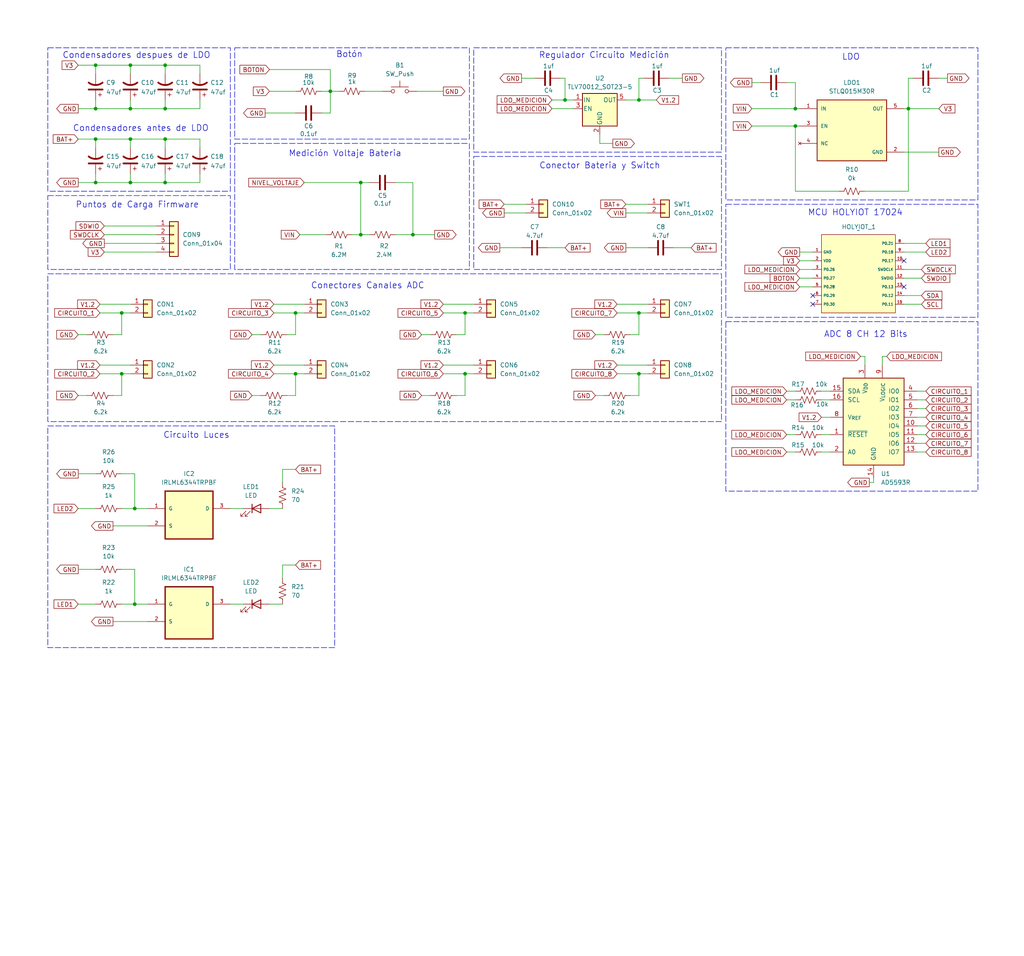
<source format=kicad_sch>
(kicad_sch (version 20250114) (generator "eeschema") (generator_version "9.0")
  (paper "User" 299.212 279.4)
  (title_block (company "CreaLab"))
  (lib_symbols
    (symbol "Analog:AD5593R" (pin_names (offset 1.27))
      (property "Reference" "U" (at -8.89 15.24 0))
      (property "Value" "AD5593R" (at 3.81 15.24 0))
      (symbol "AD5593R_1_1"
        (pin bidirectional line (at -12.7 10.16 0) (length 3.81) (name "SDA") (number "15"))
        (pin input line (at -12.7 7.62 0) (length 3.81) (name "SCL") (number "16"))
        (pin passive line (at -12.7 2.54 0) (length 3.81) (name "V_{REF}") (number "8"))
        (pin input line (at -12.7 -2.54 0) (length 3.81) (name "~{RESET}") (number "1"))
        (pin input line (at -12.7 -7.62 0) (length 3.81) (name "A0") (number "2"))
        (pin power_in line (at -2.54 17.78 270) (length 3.81) (name "V_{DD}") (number "3"))
        (pin power_in line (at 0 -15.24 90) (length 3.81) (name "GND") (number "14"))
        (pin power_in line (at 2.54 17.78 270) (length 3.81) (name "V_{LOGIC}") (number "9"))
        (pin bidirectional line (at 12.7 10.16 180) (length 3.81) (name "IO0") (number "4"))
        (pin bidirectional line (at 12.7 7.62 180) (length 3.81) (name "IO1") (number "5"))
        (pin bidirectional line (at 12.7 5.08 180) (length 3.81) (name "IO2") (number "6"))
        (pin bidirectional line (at 12.7 2.54 180) (length 3.81) (name "IO3") (number "7"))
        (pin bidirectional line (at 12.7 0 180) (length 3.81) (name "IO4") (number "10"))
        (pin bidirectional line (at 12.7 -2.54 180) (length 3.81) (name "IO5") (number "11"))
        (pin bidirectional line (at 12.7 -5.08 180) (length 3.81) (name "IO6") (number "12"))
        (pin bidirectional line (at 12.7 -7.62 180) (length 3.81) (name "IO7") (number "13"))
      )
    )
    (symbol "Connector_Generic:Conn_01x02" (pin_names (offset 1.016) (hide yes))
      (property "Reference" "J" (at 0 2.54 0))
      (property "Value" "Conn_01x02" (at 0 -5.08 0))
      (symbol "Conn_01x02_1_1"
        (pin passive line (at -5.08 0 0) (length 3.81) (name "Pin_1") (number "1"))
        (pin passive line (at -5.08 -2.54 0) (length 3.81) (name "Pin_2") (number "2"))
      )
    )
    (symbol "Connector_Generic:Conn_01x04" (pin_names (offset 1.016) (hide yes))
      (property "Reference" "J" (at 0 5.08 0))
      (property "Value" "Conn_01x04" (at 0 -7.62 0))
      (symbol "Conn_01x04_1_1"
        (pin passive line (at -5.08 2.54 0) (length 3.81) (name "Pin_1") (number "1"))
        (pin passive line (at -5.08 0 0) (length 3.81) (name "Pin_2") (number "2"))
        (pin passive line (at -5.08 -2.54 0) (length 3.81) (name "Pin_3") (number "3"))
        (pin passive line (at -5.08 -5.08 0) (length 3.81) (name "Pin_4") (number "4"))
      )
    )
    (symbol "Device:C" (pin_numbers (hide yes)) (pin_names (offset 0.254))
      (property "Reference" "C" (at 0.635 2.54 0))
      (property "Value" "C" (at 0.635 -2.54 0))
      (symbol "C_1_1"
        (pin passive line (at 0 3.81 270) (length 2.794) (name "~") (number "1"))
        (pin passive line (at 0 -3.81 90) (length 2.794) (name "~") (number "2"))
      )
    )
    (symbol "Device:C_Polarized_US" (pin_numbers (hide yes)) (pin_names (offset 0.254) (hide yes))
      (property "Reference" "C" (at 0.635 2.54 0))
      (property "Value" "C_Polarized_US" (at 0.635 -2.54 0))
      (symbol "C_Polarized_US_1_1"
        (pin passive line (at 0 3.81 270) (length 2.794) (name "~") (number "1"))
        (pin passive line (at 0 -3.81 90) (length 3.302) (name "~") (number "2"))
      )
    )
    (symbol "Device:LED" (pin_numbers (hide yes)) (pin_names (offset 1.016) (hide yes))
      (property "Reference" "D" (at 0 2.54 0))
      (property "Value" "LED" (at 0 -2.54 0))
      (symbol "LED_1_1"
        (pin passive line (at -3.81 0 0) (length 2.54) (name "K") (number "1"))
        (pin passive line (at 3.81 0 180) (length 2.54) (name "A") (number "2"))
      )
    )
    (symbol "Device:R_US" (pin_numbers (hide yes)) (pin_names (offset 0))
      (property "Reference" "R" (at 2.54 0 90))
      (property "Value" "R_US" (at -2.54 0 90))
      (symbol "R_US_1_1"
        (pin passive line (at 0 3.81 270) (length 1.27) (name "~") (number "1"))
        (pin passive line (at 0 -3.81 90) (length 1.27) (name "~") (number "2"))
      )
    )
    (symbol "Holyiot17029:Holyiot-17029"
      (property "Reference" "HOLYIOT_17029" (at 0 12.954 0))
      (symbol "Holyiot-17029_1_1"
        (pin input line (at -13.97 6.35 0) (length 2.54) (name "GND") (number "1"))
        (pin power_in line (at -13.97 3.81 0) (length 2.54) (name "VDD") (number "2"))
        (pin input line (at -13.97 1.27 0) (length 2.54) (name "P0.26") (number "3"))
        (pin input line (at -13.97 -1.27 0) (length 2.54) (name "P0.27") (number "4"))
        (pin input line (at -13.97 -3.81 0) (length 2.54) (name "P0.28") (number "5"))
        (pin input line (at -13.97 -6.35 0) (length 2.54) (name "P0.29") (number "6"))
        (pin input line (at -13.97 -8.89 0) (length 2.54) (name "P0.30") (number "7"))
        (pin input line (at 12.7 8.89 180) (length 2.54) (name "P0.21") (number "8"))
        (pin input line (at 12.7 6.35 180) (length 2.54) (name "P0.18") (number "9"))
        (pin input line (at 12.7 3.81 180) (length 2.54) (name "P0.17") (number "10"))
        (pin input line (at 12.7 1.27 180) (length 2.54) (name "SWDCLK") (number "11"))
        (pin input line (at 12.7 -1.27 180) (length 2.54) (name "SWDIO") (number "12"))
        (pin input line (at 12.7 -3.81 180) (length 2.54) (name "P0.13") (number "13"))
        (pin input line (at 12.7 -6.35 180) (length 2.54) (name "P0.12") (number "14"))
        (pin input line (at 12.7 -8.89 180) (length 2.54) (name "P0.11") (number "15"))
      )
    )
    (symbol "IRLML6344TRPBF:IRLML6344TRPBF" (pin_names (offset 1.016))
      (property "Reference" "U5" (at 0 10.16 0))
      (property "Value" "IRLML6344TRPBF" (at 0 7.62 0))
      (symbol "IRLML6344TRPBF_0_0"
        (pin input line (at -17.78 0 0) (length 5.08) (name "G") (number "1"))
        (pin passive line (at -17.78 -5.08 0) (length 5.08) (name "S") (number "2"))
        (pin output line (at 6.35 0 180) (length 5.08) (name "D") (number "3"))
      )
    )
    (symbol "IRLML6344TRPBF_1" (pin_names (offset 1.016))
      (property "Reference" "U4" (at 0 10.16 0))
      (property "Value" "IRLML6344TRPBF" (at 0 7.62 0))
      (symbol "IRLML6344TRPBF_1_0_0"
        (pin input line (at -17.78 0 0) (length 5.08) (name "G") (number "1"))
        (pin passive line (at -17.78 -5.08 0) (length 5.08) (name "S") (number "2"))
        (pin output line (at 6.35 0 180) (length 5.08) (name "D") (number "3"))
      )
    )
    (symbol "Regulator_Linear:TLV70012_SOT23-5" (pin_names (offset 0.254))
      (property "Reference" "U" (at -3.81 5.715 0))
      (property "Value" "TLV70012_SOT23-5" (at 0 5.715 0))
      (symbol "TLV70012_SOT23-5_1_1"
        (pin power_in line (at -7.62 2.54 0) (length 2.54) (name "IN") (number "1"))
        (pin input line (at -7.62 0 0) (length 2.54) (name "EN") (number "3"))
        (pin power_in line (at 0 -7.62 90) (length 2.54) (name "GND") (number "2"))
        (pin no_connect line (at 5.08 0 180) (length 2.54) (hide yes) (name "NC") (number "4"))
        (pin power_out line (at 7.62 2.54 180) (length 2.54) (name "OUT") (number "5"))
      )
    )
    (symbol "STLQ015M30R:STLQ015M30R" (pin_names (offset 1.016))
      (property "Reference" "U" (at -10.16 8.89 0))
      (property "Value" "STLQ015M30R" (at -10.16 -11.43 0))
      (symbol "STLQ015M30R_0_0"
        (pin input line (at -15.24 5.08 0) (length 5.08) (name "IN") (number "1"))
        (pin input line (at -15.24 0 0) (length 5.08) (name "EN") (number "3"))
        (pin no_connect line (at -15.24 -5.08 0) (length 5.08) (name "NC") (number "4"))
        (pin output line (at 15.24 5.08 180) (length 5.08) (name "OUT") (number "5"))
        (pin power_in line (at 15.24 -7.62 180) (length 5.08) (name "GND") (number "2"))
      )
    )
    (symbol "Switch:SW_Push" (pin_numbers (hide yes)) (pin_names (offset 1.016) (hide yes))
      (property "Reference" "SW" (at 1.27 2.54 0))
      (property "Value" "SW_Push" (at 0 -1.524 0))
      (symbol "SW_Push_0_1"
        (pin passive line (at -5.08 0 0) (length 2.54) (name "1") (number "1"))
        (pin passive line (at 5.08 0 180) (length 2.54) (name "2") (number "2"))
      )
    )
  )
  (rectangle (start 212.09 93.98) (end 285.75 143.51) (stroke (width 0) (type dash)))
  (rectangle (start 13.97 124.46) (end 97.79 189.23) (stroke (width 0) (type dash)))
  (rectangle (start 68.58 41.91) (end 137.16 78.74) (stroke (width 0) (type dash)))
  (rectangle (start 212.09 13.97) (end 285.75 58.42) (stroke (width 0) (type dash)))
  (rectangle (start 13.97 80.01) (end 210.82 123.19) (stroke (width 0) (type dash)))
  (rectangle (start 68.58 13.97) (end 137.16 40.64) (stroke (width 0) (type dash)))
  (rectangle (start 13.97 57.15) (end 67.31 78.74) (stroke (width 0) (type dash)))
  (rectangle (start 13.97 13.97) (end 67.31 55.88) (stroke (width 0) (type dash)))
  (rectangle (start 212.09 59.69) (end 285.75 92.71) (stroke (width 0) (type dash)))
  (rectangle (start 138.43 45.72) (end 210.82 78.74) (stroke (width 0) (type dash)))
  (rectangle (start 138.43 13.97) (end 210.82 44.45) (stroke (width 0) (type dash)))
  (text "Circuito Luces" (at 57.404 127.254 0) (effects (font (size 1.778 1.778))))
  (text "Conectores Canales ADC" (at 107.442 83.566 0) (effects (font (size 1.778 1.778))))
  (text "Botón" (at 102.108 16.002 0) (effects (font (size 1.778 1.778))))
  (text "Puntos de Carga Firmware" (at 40.132 59.944 0) (effects (font (size 1.778 1.778))))
  (text "Medición Voltaje Bateria" (at 100.838 44.958 0) (effects (font (size 1.778 1.778))))
  (text "Conector Bateria y Switch" (at 175.26 48.514 0) (effects (font (size 1.778 1.778))))
  (text "Regulador Circuito Medición" (at 176.53 16.256 0) (effects (font (size 1.778 1.778))))
  (text "Condensadores despues de LDO\n" (at 39.878 16.256 0) (effects (font (size 1.778 1.778))))
  (text "Condensadores antes de LDO\n" (at 41.148 37.592 0) (effects (font (size 1.778 1.778))))
  (text "MCU HOLYIOT 17024" (at 249.936 62.23 0) (effects (font (size 1.778 1.778))))
  (text "LDO" (at 248.666 16.764 0) (effects (font (size 1.778 1.778))))
  (text "ADC 8 CH 12 Bits" (at 252.984 97.79 0) (effects (font (size 1.778 1.778))))
  (junction (at 105.41 68.58))
  (junction (at 39.37 176.53))
  (junction (at 186.69 29.21))
  (junction (at 38.1 40.64))
  (junction (at 38.1 19.05))
  (junction (at 48.26 40.64))
  (junction (at 27.94 31.75))
  (junction (at 39.37 148.59))
  (junction (at 48.26 31.75))
  (junction (at 27.94 53.34))
  (junction (at 35.56 109.22))
  (junction (at 135.89 91.44))
  (junction (at 165.1 29.21))
  (junction (at 105.41 53.34))
  (junction (at 232.41 36.83))
  (junction (at 86.36 109.22))
  (junction (at 265.43 31.75))
  (junction (at 186.69 91.44))
  (junction (at 48.26 19.05))
  (junction (at 86.36 91.44))
  (junction (at 120.65 68.58))
  (junction (at 135.89 109.22))
  (junction (at 232.41 31.75))
  (junction (at 27.94 40.64))
  (junction (at 27.94 19.05))
  (junction (at 96.52 26.67))
  (junction (at 38.1 53.34))
  (junction (at 48.26 53.34))
  (junction (at 38.1 31.75))
  (junction (at 35.56 91.44))
  (junction (at 186.69 109.22))
  (no_connect (at 264.16 83.82))
  (no_connect (at 237.49 86.36))
  (no_connect (at 237.49 88.9))
  (no_connect (at 264.16 76.2))
  (wire (pts (xy 187.96 22.86) (xy 186.69 22.86)))
  (wire (pts (xy 27.94 50.8) (xy 27.94 53.34)))
  (wire (pts (xy 35.56 115.57) (xy 35.56 109.22)))
  (wire (pts (xy 58.42 19.05) (xy 58.42 21.59)))
  (wire (pts (xy 58.42 29.21) (xy 58.42 31.75)))
  (wire (pts (xy 180.34 91.44) (xy 186.69 91.44)))
  (wire (pts (xy 58.42 40.64) (xy 58.42 43.18)))
  (wire (pts (xy 265.43 31.75) (xy 274.32 31.75)))
  (wire (pts (xy 27.94 43.18) (xy 27.94 40.64)))
  (wire (pts (xy 240.03 121.92) (xy 242.57 121.92)))
  (wire (pts (xy 22.86 115.57) (xy 25.4 115.57)))
  (wire (pts (xy 22.86 31.75) (xy 27.94 31.75)))
  (wire (pts (xy 22.86 166.37) (xy 27.94 166.37)))
  (wire (pts (xy 82.55 137.16) (xy 82.55 140.97)))
  (wire (pts (xy 264.16 88.9) (xy 269.24 88.9)))
  (wire (pts (xy 267.97 132.08) (xy 270.51 132.08)))
  (wire (pts (xy 82.55 165.1) (xy 86.36 165.1)))
  (wire (pts (xy 173.99 97.79) (xy 176.53 97.79)))
  (wire (pts (xy 38.1 31.75) (xy 48.26 31.75)))
  (wire (pts (xy 245.11 55.88) (xy 232.41 55.88)))
  (wire (pts (xy 106.68 26.67) (xy 111.76 26.67)))
  (wire (pts (xy 147.32 59.69) (xy 153.67 59.69)))
  (wire (pts (xy 265.43 31.75) (xy 265.43 55.88)))
  (wire (pts (xy 105.41 53.34) (xy 107.95 53.34)))
  (wire (pts (xy 22.86 97.79) (xy 25.4 97.79)))
  (wire (pts (xy 182.88 72.39) (xy 189.23 72.39)))
  (wire (pts (xy 87.63 68.58) (xy 95.25 68.58)))
  (wire (pts (xy 29.21 88.9) (xy 38.1 88.9)))
  (wire (pts (xy 35.56 176.53) (xy 39.37 176.53)))
  (wire (pts (xy 233.68 83.82) (xy 237.49 83.82)))
  (wire (pts (xy 73.66 97.79) (xy 76.2 97.79)))
  (wire (pts (xy 165.1 29.21) (xy 167.64 29.21)))
  (wire (pts (xy 115.57 53.34) (xy 120.65 53.34)))
  (wire (pts (xy 129.54 88.9) (xy 138.43 88.9)))
  (wire (pts (xy 39.37 138.43) (xy 39.37 148.59)))
  (wire (pts (xy 115.57 68.58) (xy 120.65 68.58)))
  (wire (pts (xy 48.26 19.05) (xy 48.26 21.59)))
  (wire (pts (xy 195.58 22.86) (xy 199.39 22.86)))
  (wire (pts (xy 38.1 40.64) (xy 38.1 43.18)))
  (wire (pts (xy 22.86 138.43) (xy 27.94 138.43)))
  (wire (pts (xy 33.02 181.61) (xy 43.18 181.61)))
  (wire (pts (xy 135.89 91.44) (xy 138.43 91.44)))
  (wire (pts (xy 48.26 40.64) (xy 48.26 43.18)))
  (wire (pts (xy 35.56 91.44) (xy 38.1 91.44)))
  (wire (pts (xy 267.97 127) (xy 270.51 127)))
  (wire (pts (xy 180.34 109.22) (xy 186.69 109.22)))
  (wire (pts (xy 254 140.97) (xy 255.27 140.97)))
  (wire (pts (xy 80.01 109.22) (xy 86.36 109.22)))
  (wire (pts (xy 27.94 40.64) (xy 38.1 40.64)))
  (wire (pts (xy 96.52 26.67) (xy 99.06 26.67)))
  (wire (pts (xy 48.26 19.05) (xy 58.42 19.05)))
  (wire (pts (xy 240.03 114.3) (xy 242.57 114.3)))
  (wire (pts (xy 274.32 22.86) (xy 276.86 22.86)))
  (wire (pts (xy 182.88 29.21) (xy 186.69 29.21)))
  (wire (pts (xy 135.89 109.22) (xy 138.43 109.22)))
  (wire (pts (xy 35.56 109.22) (xy 38.1 109.22)))
  (wire (pts (xy 129.54 106.68) (xy 138.43 106.68)))
  (wire (pts (xy 233.68 78.74) (xy 237.49 78.74)))
  (wire (pts (xy 229.87 132.08) (xy 232.41 132.08)))
  (wire (pts (xy 105.41 68.58) (xy 107.95 68.58)))
  (wire (pts (xy 67.31 148.59) (xy 71.12 148.59)))
  (wire (pts (xy 48.26 31.75) (xy 58.42 31.75)))
  (wire (pts (xy 39.37 176.53) (xy 43.18 176.53)))
  (wire (pts (xy 266.7 22.86) (xy 265.43 22.86)))
  (wire (pts (xy 86.36 115.57) (xy 86.36 109.22)))
  (wire (pts (xy 67.31 176.53) (xy 71.12 176.53)))
  (wire (pts (xy 35.56 166.37) (xy 39.37 166.37)))
  (wire (pts (xy 80.01 106.68) (xy 88.9 106.68)))
  (wire (pts (xy 33.02 115.57) (xy 35.56 115.57)))
  (wire (pts (xy 264.16 86.36) (xy 269.24 86.36)))
  (wire (pts (xy 78.74 176.53) (xy 82.55 176.53)))
  (wire (pts (xy 78.74 148.59) (xy 82.55 148.59)))
  (wire (pts (xy 27.94 21.59) (xy 27.94 19.05)))
  (wire (pts (xy 186.69 91.44) (xy 189.23 91.44)))
  (wire (pts (xy 35.56 138.43) (xy 39.37 138.43)))
  (wire (pts (xy 165.1 22.86) (xy 165.1 29.21)))
  (wire (pts (xy 264.16 44.45) (xy 274.32 44.45)))
  (wire (pts (xy 35.56 97.79) (xy 35.56 91.44)))
  (wire (pts (xy 38.1 40.64) (xy 48.26 40.64)))
  (wire (pts (xy 58.42 50.8) (xy 58.42 53.34)))
  (wire (pts (xy 38.1 19.05) (xy 48.26 19.05)))
  (wire (pts (xy 29.21 106.68) (xy 38.1 106.68)))
  (wire (pts (xy 93.98 26.67) (xy 96.52 26.67)))
  (wire (pts (xy 264.16 81.28) (xy 269.24 81.28)))
  (wire (pts (xy 160.02 72.39) (xy 165.1 72.39)))
  (wire (pts (xy 30.48 66.04) (xy 45.72 66.04)))
  (wire (pts (xy 252.73 104.14) (xy 252.73 106.68)))
  (wire (pts (xy 105.41 53.34) (xy 105.41 68.58)))
  (wire (pts (xy 233.68 81.28) (xy 237.49 81.28)))
  (wire (pts (xy 264.16 78.74) (xy 269.24 78.74)))
  (wire (pts (xy 229.87 24.13) (xy 232.41 24.13)))
  (wire (pts (xy 86.36 91.44) (xy 88.9 91.44)))
  (wire (pts (xy 121.92 26.67) (xy 129.54 26.67)))
  (wire (pts (xy 219.71 24.13) (xy 222.25 24.13)))
  (wire (pts (xy 186.69 115.57) (xy 186.69 109.22)))
  (wire (pts (xy 267.97 129.54) (xy 270.51 129.54)))
  (wire (pts (xy 267.97 114.3) (xy 270.51 114.3)))
  (wire (pts (xy 22.86 148.59) (xy 27.94 148.59)))
  (wire (pts (xy 175.26 41.91) (xy 179.07 41.91)))
  (wire (pts (xy 80.01 91.44) (xy 86.36 91.44)))
  (wire (pts (xy 30.48 73.66) (xy 45.72 73.66)))
  (wire (pts (xy 129.54 109.22) (xy 135.89 109.22)))
  (wire (pts (xy 133.35 115.57) (xy 135.89 115.57)))
  (wire (pts (xy 33.02 97.79) (xy 35.56 97.79)))
  (wire (pts (xy 186.69 97.79) (xy 186.69 91.44)))
  (wire (pts (xy 180.34 106.68) (xy 189.23 106.68)))
  (wire (pts (xy 78.74 20.32) (xy 96.52 20.32)))
  (wire (pts (xy 265.43 22.86) (xy 265.43 31.75)))
  (wire (pts (xy 35.56 148.59) (xy 39.37 148.59)))
  (wire (pts (xy 267.97 124.46) (xy 270.51 124.46)))
  (wire (pts (xy 29.21 109.22) (xy 35.56 109.22)))
  (wire (pts (xy 229.87 116.84) (xy 232.41 116.84)))
  (wire (pts (xy 182.88 62.23) (xy 189.23 62.23)))
  (wire (pts (xy 93.98 33.02) (xy 96.52 33.02)))
  (wire (pts (xy 83.82 115.57) (xy 86.36 115.57)))
  (wire (pts (xy 229.87 114.3) (xy 232.41 114.3)))
  (wire (pts (xy 135.89 115.57) (xy 135.89 109.22)))
  (wire (pts (xy 38.1 19.05) (xy 38.1 21.59)))
  (wire (pts (xy 184.15 115.57) (xy 186.69 115.57)))
  (wire (pts (xy 180.34 88.9) (xy 189.23 88.9)))
  (wire (pts (xy 96.52 26.67) (xy 96.52 33.02)))
  (wire (pts (xy 232.41 55.88) (xy 232.41 36.83)))
  (wire (pts (xy 147.32 62.23) (xy 153.67 62.23)))
  (wire (pts (xy 133.35 97.79) (xy 135.89 97.79)))
  (wire (pts (xy 161.29 29.21) (xy 165.1 29.21)))
  (wire (pts (xy 27.94 19.05) (xy 38.1 19.05)))
  (wire (pts (xy 27.94 31.75) (xy 38.1 31.75)))
  (wire (pts (xy 22.86 53.34) (xy 27.94 53.34)))
  (wire (pts (xy 257.81 104.14) (xy 257.81 106.68)))
  (wire (pts (xy 264.16 73.66) (xy 270.51 73.66)))
  (wire (pts (xy 102.87 68.58) (xy 105.41 68.58)))
  (wire (pts (xy 39.37 166.37) (xy 39.37 176.53)))
  (wire (pts (xy 30.48 68.58) (xy 45.72 68.58)))
  (wire (pts (xy 267.97 121.92) (xy 270.51 121.92)))
  (wire (pts (xy 196.85 72.39) (xy 201.93 72.39)))
  (wire (pts (xy 240.03 116.84) (xy 242.57 116.84)))
  (wire (pts (xy 120.65 68.58) (xy 127 68.58)))
  (wire (pts (xy 123.19 115.57) (xy 125.73 115.57)))
  (wire (pts (xy 135.89 97.79) (xy 135.89 91.44)))
  (wire (pts (xy 48.26 53.34) (xy 58.42 53.34)))
  (wire (pts (xy 120.65 53.34) (xy 120.65 68.58)))
  (wire (pts (xy 173.99 115.57) (xy 176.53 115.57)))
  (wire (pts (xy 38.1 29.21) (xy 38.1 31.75)))
  (wire (pts (xy 233.68 76.2) (xy 237.49 76.2)))
  (wire (pts (xy 80.01 88.9) (xy 88.9 88.9)))
  (wire (pts (xy 219.71 31.75) (xy 232.41 31.75)))
  (wire (pts (xy 186.69 109.22) (xy 189.23 109.22)))
  (wire (pts (xy 39.37 148.59) (xy 43.18 148.59)))
  (wire (pts (xy 29.21 91.44) (xy 35.56 91.44)))
  (wire (pts (xy 96.52 20.32) (xy 96.52 26.67)))
  (wire (pts (xy 186.69 22.86) (xy 186.69 29.21)))
  (wire (pts (xy 229.87 127) (xy 232.41 127)))
  (wire (pts (xy 264.16 31.75) (xy 265.43 31.75)))
  (wire (pts (xy 184.15 97.79) (xy 186.69 97.79)))
  (wire (pts (xy 251.46 104.14) (xy 252.73 104.14)))
  (wire (pts (xy 86.36 109.22) (xy 88.9 109.22)))
  (wire (pts (xy 73.66 115.57) (xy 76.2 115.57)))
  (wire (pts (xy 267.97 116.84) (xy 270.51 116.84)))
  (wire (pts (xy 22.86 176.53) (xy 27.94 176.53)))
  (wire (pts (xy 175.26 39.37) (xy 175.26 41.91)))
  (wire (pts (xy 22.86 19.05) (xy 27.94 19.05)))
  (wire (pts (xy 161.29 31.75) (xy 167.64 31.75)))
  (wire (pts (xy 22.86 40.64) (xy 27.94 40.64)))
  (wire (pts (xy 240.03 127) (xy 242.57 127)))
  (wire (pts (xy 233.68 73.66) (xy 237.49 73.66)))
  (wire (pts (xy 48.26 40.64) (xy 58.42 40.64)))
  (wire (pts (xy 78.74 26.67) (xy 86.36 26.67)))
  (wire (pts (xy 27.94 29.21) (xy 27.94 31.75)))
  (wire (pts (xy 232.41 36.83) (xy 233.68 36.83)))
  (wire (pts (xy 30.48 71.12) (xy 45.72 71.12)))
  (wire (pts (xy 27.94 53.34) (xy 38.1 53.34)))
  (wire (pts (xy 240.03 132.08) (xy 242.57 132.08)))
  (wire (pts (xy 264.16 71.12) (xy 270.51 71.12)))
  (wire (pts (xy 77.47 33.02) (xy 86.36 33.02)))
  (wire (pts (xy 33.02 153.67) (xy 43.18 153.67)))
  (wire (pts (xy 146.05 72.39) (xy 152.4 72.39)))
  (wire (pts (xy 83.82 97.79) (xy 86.36 97.79)))
  (wire (pts (xy 82.55 137.16) (xy 86.36 137.16)))
  (wire (pts (xy 186.69 29.21) (xy 191.77 29.21)))
  (wire (pts (xy 255.27 139.7) (xy 255.27 140.97)))
  (wire (pts (xy 182.88 59.69) (xy 189.23 59.69)))
  (wire (pts (xy 152.4 22.86) (xy 156.21 22.86)))
  (wire (pts (xy 259.08 104.14) (xy 257.81 104.14)))
  (wire (pts (xy 232.41 31.75) (xy 233.68 31.75)))
  (wire (pts (xy 38.1 50.8) (xy 38.1 53.34)))
  (wire (pts (xy 219.71 36.83) (xy 232.41 36.83)))
  (wire (pts (xy 48.26 50.8) (xy 48.26 53.34)))
  (wire (pts (xy 48.26 29.21) (xy 48.26 31.75)))
  (wire (pts (xy 232.41 24.13) (xy 232.41 31.75)))
  (wire (pts (xy 267.97 119.38) (xy 270.51 119.38)))
  (wire (pts (xy 163.83 22.86) (xy 165.1 22.86)))
  (wire (pts (xy 129.54 91.44) (xy 135.89 91.44)))
  (wire (pts (xy 252.73 55.88) (xy 265.43 55.88)))
  (wire (pts (xy 88.9 53.34) (xy 105.41 53.34)))
  (wire (pts (xy 82.55 165.1) (xy 82.55 168.91)))
  (wire (pts (xy 123.19 97.79) (xy 125.73 97.79)))
  (wire (pts (xy 86.36 97.79) (xy 86.36 91.44)))
  (wire (pts (xy 38.1 53.34) (xy 48.26 53.34)))
  (global_label "VIN" (shape input) (at 219.71 31.75 180) (property "Intersheetrefs" "${INTERSHEET_REFS}" (effects (hide yes))))
  (global_label "BAT+" (shape input) (at 86.36 165.1 0) (property "Intersheetrefs" "${INTERSHEET_REFS}" (effects (hide yes))))
  (global_label "GND" (shape output) (at 152.4 22.86 180) (property "Intersheetrefs" "${INTERSHEET_REFS}" (effects (hide yes))))
  (global_label "GND" (shape output) (at 129.54 26.67 0) (property "Intersheetrefs" "${INTERSHEET_REFS}" (effects (hide yes))))
  (global_label "GND" (shape input) (at 73.66 115.57 180) (property "Intersheetrefs" "${INTERSHEET_REFS}" (effects (hide yes))))
  (global_label "V1.2" (shape input) (at 29.21 88.9 180) (property "Intersheetrefs" "${INTERSHEET_REFS}" (effects (hide yes))))
  (global_label "CIRCUITO_8" (shape input) (at 180.34 109.22 180) (property "Intersheetrefs" "${INTERSHEET_REFS}" (effects (hide yes))))
  (global_label "GND" (shape output) (at 182.88 72.39 180) (property "Intersheetrefs" "${INTERSHEET_REFS}" (effects (hide yes))))
  (global_label "V1.2" (shape input) (at 240.03 121.92 180) (property "Intersheetrefs" "${INTERSHEET_REFS}" (effects (hide yes))))
  (global_label "LDO_MEDICION" (shape input) (at 259.08 104.14 0) (property "Intersheetrefs" "${INTERSHEET_REFS}" (effects (hide yes))))
  (global_label "V1.2" (shape input) (at 129.54 88.9 180) (property "Intersheetrefs" "${INTERSHEET_REFS}" (effects (hide yes))))
  (global_label "VIN" (shape output) (at 182.88 62.23 180) (property "Intersheetrefs" "${INTERSHEET_REFS}" (effects (hide yes))))
  (global_label "GND" (shape output) (at 30.48 71.12 180) (property "Intersheetrefs" "${INTERSHEET_REFS}" (effects (hide yes))))
  (global_label "BAT+" (shape input) (at 165.1 72.39 0) (property "Intersheetrefs" "${INTERSHEET_REFS}" (effects (hide yes))))
  (global_label "CIRCUITO_3" (shape input) (at 270.51 119.38 0) (property "Intersheetrefs" "${INTERSHEET_REFS}" (effects (hide yes))))
  (global_label "CIRCUITO_7" (shape input) (at 180.34 91.44 180) (property "Intersheetrefs" "${INTERSHEET_REFS}" (effects (hide yes))))
  (global_label "CIRCUITO_1" (shape input) (at 29.21 91.44 180) (property "Intersheetrefs" "${INTERSHEET_REFS}" (effects (hide yes))))
  (global_label "V1.2" (shape input) (at 180.34 106.68 180) (property "Intersheetrefs" "${INTERSHEET_REFS}" (effects (hide yes))))
  (global_label "CIRCUITO_2" (shape input) (at 29.21 109.22 180) (property "Intersheetrefs" "${INTERSHEET_REFS}" (effects (hide yes))))
  (global_label "CIRCUITO_5" (shape input) (at 129.54 91.44 180) (property "Intersheetrefs" "${INTERSHEET_REFS}" (effects (hide yes))))
  (global_label "GND" (shape output) (at 22.86 31.75 180) (property "Intersheetrefs" "${INTERSHEET_REFS}" (effects (hide yes))))
  (global_label "CIRCUITO_6" (shape input) (at 129.54 109.22 180) (property "Intersheetrefs" "${INTERSHEET_REFS}" (effects (hide yes))))
  (global_label "LDO_MEDICION" (shape input) (at 229.87 132.08 180) (property "Intersheetrefs" "${INTERSHEET_REFS}" (effects (hide yes))))
  (global_label "BOTON" (shape input) (at 233.68 81.28 180) (property "Intersheetrefs" "${INTERSHEET_REFS}" (effects (hide yes))))
  (global_label "GND" (shape input) (at 173.99 115.57 180) (property "Intersheetrefs" "${INTERSHEET_REFS}" (effects (hide yes))))
  (global_label "CIRCUITO_2" (shape input) (at 270.51 116.84 0) (property "Intersheetrefs" "${INTERSHEET_REFS}" (effects (hide yes))))
  (global_label "GND" (shape output) (at 219.71 24.13 180) (property "Intersheetrefs" "${INTERSHEET_REFS}" (effects (hide yes))))
  (global_label "V3" (shape input) (at 78.74 26.67 180) (property "Intersheetrefs" "${INTERSHEET_REFS}" (effects (hide yes))))
  (global_label "LDO_MEDICION" (shape input) (at 229.87 116.84 180) (property "Intersheetrefs" "${INTERSHEET_REFS}" (effects (hide yes))))
  (global_label "GND" (shape output) (at 233.68 73.66 180) (property "Intersheetrefs" "${INTERSHEET_REFS}" (effects (hide yes))))
  (global_label "V3" (shape input) (at 233.68 76.2 180) (property "Intersheetrefs" "${INTERSHEET_REFS}" (effects (hide yes))))
  (global_label "CIRCUITO_3" (shape input) (at 80.01 91.44 180) (property "Intersheetrefs" "${INTERSHEET_REFS}" (effects (hide yes))))
  (global_label "NIVEL_VOLTAJE" (shape input) (at 88.9 53.34 180) (property "Intersheetrefs" "${INTERSHEET_REFS}" (effects (hide yes))))
  (global_label "GND" (shape output) (at 146.05 72.39 180) (property "Intersheetrefs" "${INTERSHEET_REFS}" (effects (hide yes))))
  (global_label "GND" (shape input) (at 22.86 115.57 180) (property "Intersheetrefs" "${INTERSHEET_REFS}" (effects (hide yes))))
  (global_label "CIRCUITO_1" (shape input) (at 270.51 114.3 0) (property "Intersheetrefs" "${INTERSHEET_REFS}" (effects (hide yes))))
  (global_label "V1.2" (shape input) (at 191.77 29.21 0) (property "Intersheetrefs" "${INTERSHEET_REFS}" (effects (hide yes))))
  (global_label "BOTON" (shape input) (at 78.74 20.32 180) (property "Intersheetrefs" "${INTERSHEET_REFS}" (effects (hide yes))))
  (global_label "GND" (shape output) (at 77.47 33.02 180) (property "Intersheetrefs" "${INTERSHEET_REFS}" (effects (hide yes))))
  (global_label "LDO_MEDICION" (shape input) (at 161.29 31.75 180) (property "Intersheetrefs" "${INTERSHEET_REFS}" (effects (hide yes))))
  (global_label "GND" (shape output) (at 179.07 41.91 0) (property "Intersheetrefs" "${INTERSHEET_REFS}" (effects (hide yes))))
  (global_label "GND" (shape output) (at 22.86 53.34 180) (property "Intersheetrefs" "${INTERSHEET_REFS}" (effects (hide yes))))
  (global_label "BAT+" (shape input) (at 201.93 72.39 0) (property "Intersheetrefs" "${INTERSHEET_REFS}" (effects (hide yes))))
  (global_label "GND" (shape input) (at 173.99 97.79 180) (property "Intersheetrefs" "${INTERSHEET_REFS}" (effects (hide yes))))
  (global_label "GND" (shape output) (at 22.86 166.37 180) (property "Intersheetrefs" "${INTERSHEET_REFS}" (effects (hide yes))))
  (global_label "LED2" (shape input) (at 270.51 73.66 0) (property "Intersheetrefs" "${INTERSHEET_REFS}" (effects (hide yes))))
  (global_label "GND" (shape output) (at 199.39 22.86 0) (property "Intersheetrefs" "${INTERSHEET_REFS}" (effects (hide yes))))
  (global_label "GND" (shape output) (at 276.86 22.86 0) (property "Intersheetrefs" "${INTERSHEET_REFS}" (effects (hide yes))))
  (global_label "BAT+" (shape input) (at 147.32 59.69 180) (property "Intersheetrefs" "${INTERSHEET_REFS}" (effects (hide yes))))
  (global_label "SDA" (shape input) (at 269.24 86.36 0) (property "Intersheetrefs" "${INTERSHEET_REFS}" (effects (hide yes))))
  (global_label "GND" (shape output) (at 254 140.97 180) (property "Intersheetrefs" "${INTERSHEET_REFS}" (effects (hide yes))))
  (global_label "CIRCUITO_6" (shape input) (at 270.51 127 0) (property "Intersheetrefs" "${INTERSHEET_REFS}" (effects (hide yes))))
  (global_label "GND" (shape output) (at 33.02 181.61 180) (property "Intersheetrefs" "${INTERSHEET_REFS}" (effects (hide yes))))
  (global_label "GND" (shape input) (at 123.19 115.57 180) (property "Intersheetrefs" "${INTERSHEET_REFS}" (effects (hide yes))))
  (global_label "SDWIO" (shape input) (at 30.48 66.04 180) (property "Intersheetrefs" "${INTERSHEET_REFS}" (effects (hide yes))))
  (global_label "VIN" (shape input) (at 87.63 68.58 180) (property "Intersheetrefs" "${INTERSHEET_REFS}" (effects (hide yes))))
  (global_label "LDO_MEDICION" (shape input) (at 229.87 114.3 180) (property "Intersheetrefs" "${INTERSHEET_REFS}" (effects (hide yes))))
  (global_label "BAT+" (shape input) (at 22.86 40.64 180) (property "Intersheetrefs" "${INTERSHEET_REFS}" (effects (hide yes))))
  (global_label "GND" (shape input) (at 123.19 97.79 180) (property "Intersheetrefs" "${INTERSHEET_REFS}" (effects (hide yes))))
  (global_label "GND" (shape output) (at 33.02 153.67 180) (property "Intersheetrefs" "${INTERSHEET_REFS}" (effects (hide yes))))
  (global_label "LDO_MEDICION" (shape input) (at 233.68 78.74 180) (property "Intersheetrefs" "${INTERSHEET_REFS}" (effects (hide yes))))
  (global_label "LDO_MEDICION" (shape input) (at 229.87 127 180) (property "Intersheetrefs" "${INTERSHEET_REFS}" (effects (hide yes))))
  (global_label "LDO_MEDICION" (shape input) (at 251.46 104.14 180) (property "Intersheetrefs" "${INTERSHEET_REFS}" (effects (hide yes))))
  (global_label "GND" (shape input) (at 73.66 97.79 180) (property "Intersheetrefs" "${INTERSHEET_REFS}" (effects (hide yes))))
  (global_label "V1.2" (shape input) (at 80.01 106.68 180) (property "Intersheetrefs" "${INTERSHEET_REFS}" (effects (hide yes))))
  (global_label "LDO_MEDICION" (shape input) (at 233.68 83.82 180) (property "Intersheetrefs" "${INTERSHEET_REFS}" (effects (hide yes))))
  (global_label "CIRCUITO_5" (shape input) (at 270.51 124.46 0) (property "Intersheetrefs" "${INTERSHEET_REFS}" (effects (hide yes))))
  (global_label "V1.2" (shape input) (at 180.34 88.9 180) (property "Intersheetrefs" "${INTERSHEET_REFS}" (effects (hide yes))))
  (global_label "V3" (shape input) (at 22.86 19.05 180) (property "Intersheetrefs" "${INTERSHEET_REFS}" (effects (hide yes))))
  (global_label "V3" (shape input) (at 30.48 73.66 180) (property "Intersheetrefs" "${INTERSHEET_REFS}" (effects (hide yes))))
  (global_label "LED1" (shape input) (at 270.51 71.12 0) (property "Intersheetrefs" "${INTERSHEET_REFS}" (effects (hide yes))))
  (global_label "GND" (shape output) (at 127 68.58 0) (property "Intersheetrefs" "${INTERSHEET_REFS}" (effects (hide yes))))
  (global_label "LDO_MEDICION" (shape input) (at 161.29 29.21 180) (property "Intersheetrefs" "${INTERSHEET_REFS}" (effects (hide yes))))
  (global_label "BAT+" (shape input) (at 86.36 137.16 0) (property "Intersheetrefs" "${INTERSHEET_REFS}" (effects (hide yes))))
  (global_label "LED2" (shape input) (at 22.86 148.59 180) (property "Intersheetrefs" "${INTERSHEET_REFS}" (effects (hide yes))))
  (global_label "SWDCLK" (shape input) (at 269.24 78.74 0) (property "Intersheetrefs" "${INTERSHEET_REFS}" (effects (hide yes))))
  (global_label "CIRCUITO_4" (shape input) (at 80.01 109.22 180) (property "Intersheetrefs" "${INTERSHEET_REFS}" (effects (hide yes))))
  (global_label "SWDIO" (shape input) (at 269.24 81.28 0) (property "Intersheetrefs" "${INTERSHEET_REFS}" (effects (hide yes))))
  (global_label "BAT+" (shape input) (at 182.88 59.69 180) (property "Intersheetrefs" "${INTERSHEET_REFS}" (effects (hide yes))))
  (global_label "VIN" (shape input) (at 219.71 36.83 180) (property "Intersheetrefs" "${INTERSHEET_REFS}" (effects (hide yes))))
  (global_label "GND" (shape input) (at 22.86 97.79 180) (property "Intersheetrefs" "${INTERSHEET_REFS}" (effects (hide yes))))
  (global_label "LED1" (shape input) (at 22.86 176.53 180) (property "Intersheetrefs" "${INTERSHEET_REFS}" (effects (hide yes))))
  (global_label "GND" (shape output) (at 147.32 62.23 180) (property "Intersheetrefs" "${INTERSHEET_REFS}" (effects (hide yes))))
  (global_label "CIRCUITO_4" (shape input) (at 270.51 121.92 0) (property "Intersheetrefs" "${INTERSHEET_REFS}" (effects (hide yes))))
  (global_label "V1.2" (shape input) (at 129.54 106.68 180) (property "Intersheetrefs" "${INTERSHEET_REFS}" (effects (hide yes))))
  (global_label "CIRCUITO_7" (shape input) (at 270.51 129.54 0) (property "Intersheetrefs" "${INTERSHEET_REFS}" (effects (hide yes))))
  (global_label "GND" (shape output) (at 22.86 138.43 180) (property "Intersheetrefs" "${INTERSHEET_REFS}" (effects (hide yes))))
  (global_label "CIRCUITO_8" (shape input) (at 270.51 132.08 0) (property "Intersheetrefs" "${INTERSHEET_REFS}" (effects (hide yes))))
  (global_label "GND" (shape output) (at 274.32 44.45 0) (property "Intersheetrefs" "${INTERSHEET_REFS}" (effects (hide yes))))
  (global_label "V1.2" (shape input) (at 80.01 88.9 180) (property "Intersheetrefs" "${INTERSHEET_REFS}" (effects (hide yes))))
  (global_label "SWDCLK" (shape input) (at 30.48 68.58 180) (property "Intersheetrefs" "${INTERSHEET_REFS}" (effects (hide yes))))
  (global_label "V3" (shape input) (at 274.32 31.75 0) (property "Intersheetrefs" "${INTERSHEET_REFS}" (effects (hide yes))))
  (global_label "V1.2" (shape input) (at 29.21 106.68 180) (property "Intersheetrefs" "${INTERSHEET_REFS}" (effects (hide yes))))
  (global_label "SCL" (shape input) (at 269.24 88.9 0) (property "Intersheetrefs" "${INTERSHEET_REFS}" (effects (hide yes))))
  (symbol (lib_id "Device:R_US") (at 31.75 148.59 90) (unit 1)
    (property "Reference" "R25" (at 31.75 142.24 90))
    (property "Value" "1k" (at 31.75 144.78 90))
    (property "Footprint" "footprints:RESC1005X40N" (effects (hide yes)))
    (property "Description" "Resistor, US symbol" (effects (hide yes)))
  )
  (symbol (lib_id "Connector_Generic:Conn_01x02") (at 43.18 106.68 0) (unit 1)
    (property "Reference" "CON2" (at 45.72 106.6799 0) (effects (justify left)))
    (property "Value" "Conn_01x02" (at 45.72 109.2199 0) (effects (justify left)))
    (property "Footprint" "footprints:CONN02_530470210_MOL" (effects (hide yes)))
    (property "Description" "Generic connector, single row, 01x02, script generated (kicad-library-utils/schlib/autogen/connector/)" (effects (hide yes)))
  )
  (symbol (lib_id "Device:R_US") (at 82.55 172.72 0) (unit 1)
    (property "Reference" "R21" (at 85.09 171.4499 0) (effects (justify left)))
    (property "Value" "70" (at 85.09 173.9899 0) (effects (justify left)))
    (property "Footprint" "footprints:RESC1005X40N" (effects (hide yes)))
    (property "Description" "Resistor, US symbol" (effects (hide yes)))
  )
  (symbol (lib_id "Device:R_US") (at 31.75 166.37 90) (unit 1)
    (property "Reference" "R23" (at 31.75 160.02 90))
    (property "Value" "10k" (at 31.75 162.56 90))
    (property "Footprint" "footprints:RESC1005X40N" (effects (hide yes)))
    (property "Description" "Resistor, US symbol" (effects (hide yes)))
  )
  (symbol (lib_id "Device:C") (at 160.02 22.86 90) (unit 1)
    (property "Reference" "C4" (at 160.274 26.416 90))
    (property "Value" "1uf" (at 160.274 19.304 90))
    (property "Footprint" "footprints:CAPC1005X55N" (effects (hide yes)))
    (property "Description" "Unpolarized capacitor" (effects (hide yes)))
  )
  (symbol (lib_id "Device:R_US") (at 236.22 114.3 90) (unit 1)
    (property "Reference" "R17" (at 233.172 112.268 90))
    (property "Value" "10k" (at 240.03 112.268 90))
    (property "Footprint" "footprints:RESC1005X40N" (effects (hide yes)))
    (property "Description" "Resistor, US symbol" (effects (hide yes)))
  )
  (symbol (lib_id "Device:R_US") (at 129.54 115.57 90) (unit 1)
    (property "Reference" "R18" (at 129.794 117.856 90))
    (property "Value" "6.2k" (at 129.794 120.396 90))
    (property "Footprint" "footprints:RESC1005X40N" (effects (hide yes)))
    (property "Description" "Resistor, US symbol" (effects (hide yes)))
  )
  (symbol (lib_id "Connector_Generic:Conn_01x02") (at 43.18 88.9 0) (unit 1)
    (property "Reference" "CON1" (at 45.72 88.8999 0) (effects (justify left)))
    (property "Value" "Conn_01x02" (at 45.72 91.4399 0) (effects (justify left)))
    (property "Footprint" "footprints:CONN02_530470210_MOL" (effects (hide yes)))
    (property "Description" "Generic connector, single row, 01x02, script generated (kicad-library-utils/schlib/autogen/connector/)" (effects (hide yes)))
  )
  (symbol (lib_id "Device:C") (at 191.77 22.86 90) (unit 1)
    (property "Reference" "C3" (at 192.024 26.416 90))
    (property "Value" "1uf" (at 192.024 19.304 90))
    (property "Footprint" "footprints:CAPC1005X55N" (effects (hide yes)))
    (property "Description" "Unpolarized capacitor" (effects (hide yes)))
  )
  (symbol (lib_id "Device:R_US") (at 129.54 97.79 90) (unit 1)
    (property "Reference" "R13" (at 129.794 100.076 90))
    (property "Value" "6.2k" (at 129.794 102.616 90))
    (property "Footprint" "footprints:RESC1005X40N" (effects (hide yes)))
    (property "Description" "Resistor, US symbol" (effects (hide yes)))
  )
  (symbol (lib_id "Device:R_US") (at 29.21 97.79 90) (unit 1)
    (property "Reference" "R3" (at 29.464 100.076 90))
    (property "Value" "6.2k" (at 29.464 102.616 90))
    (property "Footprint" "footprints:RESC1005X40N" (effects (hide yes)))
    (property "Description" "Resistor, US symbol" (effects (hide yes)))
  )
  (symbol (lib_id "Device:R_US") (at 99.06 68.58 90) (unit 1)
    (property "Reference" "R1" (at 99.06 71.882 90))
    (property "Value" "6.2M" (at 99.06 74.422 90))
    (property "Footprint" "footprints:RESC1005X40N" (effects (hide yes)))
    (property "Description" "Resistor, US symbol" (effects (hide yes)))
  )
  (symbol (lib_id "Device:C_Polarized_US") (at 38.1 25.4 180) (unit 1)
    (property "Reference" "C10" (at 41.148 24.13 0) (effects (justify right)))
    (property "Value" "47uf" (at 41.148 26.924 0) (effects (justify right)))
    (property "Footprint" "footprints:GRM18x" (effects (hide yes)))
    (property "Description" "Polarized capacitor, US symbol" (effects (hide yes)))
  )
  (symbol (lib_id "Device:R_US") (at 111.76 68.58 90) (unit 1)
    (property "Reference" "R2" (at 112.268 71.882 90))
    (property "Value" "2.4M" (at 112.268 74.422 90))
    (property "Footprint" "footprints:RESC1005X40N" (effects (hide yes)))
    (property "Description" "Resistor, US symbol" (effects (hide yes)))
  )
  (symbol (lib_id "Device:C") (at 270.51 22.86 90) (unit 1)
    (property "Reference" "C2" (at 270.764 26.416 90))
    (property "Value" "1uf" (at 270.764 19.304 90))
    (property "Footprint" "footprints:CAPC1005X55N" (effects (hide yes)))
    (property "Description" "Unpolarized capacitor" (effects (hide yes)))
  )
  (symbol (lib_id "Device:R_US") (at 248.92 55.88 90) (unit 1)
    (property "Reference" "R10" (at 248.92 49.53 90))
    (property "Value" "0k" (at 248.92 52.07 90))
    (property "Footprint" "footprints:RESC1005X40N" (effects (hide yes)))
    (property "Description" "Resistor, US symbol" (effects (hide yes)))
  )
  (symbol (lib_id "Device:C") (at 226.06 24.13 90) (unit 1)
    (property "Reference" "C1" (at 226.314 27.686 90))
    (property "Value" "1uf" (at 226.314 20.574 90))
    (property "Footprint" "footprints:CAPC1005X55N" (effects (hide yes)))
    (property "Description" "Unpolarized capacitor" (effects (hide yes)))
  )
  (symbol (lib_id "Connector_Generic:Conn_01x02") (at 93.98 88.9 0) (unit 1)
    (property "Reference" "CON3" (at 96.52 88.8999 0) (effects (justify left)))
    (property "Value" "Conn_01x02" (at 96.52 91.4399 0) (effects (justify left)))
    (property "Footprint" "footprints:CONN02_530470210_MOL" (effects (hide yes)))
    (property "Description" "Generic connector, single row, 01x02, script generated (kicad-library-utils/schlib/autogen/connector/)" (effects (hide yes)))
  )
  (symbol (lib_id "Connector_Generic:Conn_01x02") (at 194.31 88.9 0) (unit 1)
    (property "Reference" "CON7" (at 196.85 88.8999 0) (effects (justify left)))
    (property "Value" "Conn_01x02" (at 196.85 91.4399 0) (effects (justify left)))
    (property "Footprint" "footprints:CONN02_530470210_MOL" (effects (hide yes)))
    (property "Description" "Generic connector, single row, 01x02, script generated (kicad-library-utils/schlib/autogen/connector/)" (effects (hide yes)))
  )
  (symbol (lib_id "Device:R_US") (at 180.34 115.57 90) (unit 1)
    (property "Reference" "R20" (at 180.594 117.856 90))
    (property "Value" "6.2k" (at 180.594 120.396 90))
    (property "Footprint" "footprints:RESC1005X40N" (effects (hide yes)))
    (property "Description" "Resistor, US symbol" (effects (hide yes)))
  )
  (symbol (lib_id "Connector_Generic:Conn_01x02") (at 158.75 59.69 0) (unit 1)
    (property "Reference" "CON10" (at 161.29 59.6899 0) (effects (justify left)))
    (property "Value" "Conn_01x02" (at 161.29 62.2299 0) (effects (justify left)))
    (property "Footprint" "footprints:533980271" (effects (hide yes)))
    (property "Description" "Generic connector, single row, 01x02, script generated (kicad-library-utils/schlib/autogen/connector/)" (effects (hide yes)))
  )
  (symbol (lib_id "Holyiot17029:Holyiot-17029") (at 251.46 80.01 0) (unit 1)
    (property "Reference" "HOLYIOT_1" (at 250.952 66.294 0))
    (property "Value" "~" (at 250.825 67.31 0))
    (property "Footprint" "HOLYIOT_MCU:Holyiot_YJ17029" (effects (hide yes)))
  )
  (symbol (lib_id "Regulator_Linear:TLV70012_SOT23-5") (at 175.26 31.75 0) (unit 1)
    (property "Reference" "U2" (at 175.26 22.86 0))
    (property "Value" "TLV70012_SOT23-5" (at 175.26 25.4 0))
    (property "Footprint" "Package_TO_SOT_SMD:SOT-23-5" (effects (hide yes)))
    (property "Datasheet" "http://www.ti.com/lit/ds/symlink/tlv700.pdf" (effects (hide yes)))
    (property "Description" "200mA Low Dropout Voltage Regulator, Fixed Output 1.2V, SOT-23-5" (effects (hide yes)))
  )
  (symbol (lib_id "Device:R_US") (at 102.87 26.67 90) (unit 1)
    (property "Reference" "R9" (at 102.87 22.098 90))
    (property "Value" "1k" (at 102.87 23.876 90))
    (property "Footprint" "footprints:RESC1005X40N" (effects (hide yes)))
    (property "Description" "Resistor, US symbol" (effects (hide yes)))
  )
  (symbol (lib_id "Connector_Generic:Conn_01x02") (at 143.51 88.9 0) (unit 1)
    (property "Reference" "CON5" (at 146.05 88.8999 0) (effects (justify left)))
    (property "Value" "Conn_01x02" (at 146.05 91.4399 0) (effects (justify left)))
    (property "Footprint" "footprints:CONN02_530470210_MOL" (effects (hide yes)))
    (property "Description" "Generic connector, single row, 01x02, script generated (kicad-library-utils/schlib/autogen/connector/)" (effects (hide yes)))
  )
  (symbol (lib_id "Device:C") (at 156.21 72.39 90) (unit 1)
    (property "Reference" "C7" (at 156.21 66.294 90))
    (property "Value" "4.7uf" (at 156.21 68.834 90))
    (property "Footprint" "footprints:CAP_GMC04_CCE" (effects (hide yes)))
    (property "Description" "Unpolarized capacitor" (effects (hide yes)))
  )
  (symbol (lib_id "Device:R_US") (at 80.01 115.57 90) (unit 1)
    (property "Reference" "R12" (at 80.264 117.856 90))
    (property "Value" "6.2k" (at 80.264 120.396 90))
    (property "Footprint" "footprints:RESC1005X40N" (effects (hide yes)))
    (property "Description" "Resistor, US symbol" (effects (hide yes)))
  )
  (symbol (lib_id "Device:C_Polarized_US") (at 48.26 46.99 180) (unit 1)
    (property "Reference" "C17" (at 51.308 45.72 0) (effects (justify right)))
    (property "Value" "47uf" (at 51.308 48.514 0) (effects (justify right)))
    (property "Footprint" "footprints:GRM18x" (effects (hide yes)))
    (property "Description" "Polarized capacitor, US symbol" (effects (hide yes)))
  )
  (symbol (lib_id "Device:LED") (at 74.93 148.59 0) (unit 1)
    (property "Reference" "LED1" (at 73.3425 142.24 0))
    (property "Value" "LED" (at 73.3425 144.78 0))
    (property "Footprint" "LED_SMD_CUSTOM:LED0805-R-RD" (effects (hide yes)))
    (property "Description" "Light emitting diode" (effects (hide yes)))
    (property "Sim.Pins" "1=K 2=A" (effects (hide yes)))
  )
  (symbol (lib_id "Device:R_US") (at 236.22 132.08 90) (unit 1)
    (property "Reference" "R15" (at 233.172 130.048 90))
    (property "Value" "10k" (at 239.014 130.048 90))
    (property "Footprint" "footprints:RESC1005X40N" (effects (hide yes)))
    (property "Description" "Resistor, US symbol" (effects (hide yes)))
  )
  (symbol (lib_id "Connector_Generic:Conn_01x02") (at 143.51 106.68 0) (unit 1)
    (property "Reference" "CON6" (at 146.05 106.6799 0) (effects (justify left)))
    (property "Value" "Conn_01x02" (at 146.05 109.2199 0) (effects (justify left)))
    (property "Footprint" "footprints:CONN02_530470210_MOL" (effects (hide yes)))
    (property "Description" "Generic connector, single row, 01x02, script generated (kicad-library-utils/schlib/autogen/connector/)" (effects (hide yes)))
  )
  (symbol (lib_name "IRLML6344TRPBF_1") (lib_id "IRLML6344TRPBF:IRLML6344TRPBF") (at 60.96 148.59 0) (unit 1)
    (property "Reference" "IC2" (at 55.245 138.43 0))
    (property "Value" "IRLML6344TRPBF" (at 55.245 140.97 0))
    (property "Footprint" "footprints:SOT95P240X112-3N" (effects (hide yes)))
    (property "MF" "Infineon" (effects (hide yes)))
    (property "Description_1" "IRLML6344TRPBF N-channel MOSFET Transistor, 5 A, 30 V, 3-Pin SOT-23 | Infineon IRLML6344TRPBF" (effects (hide yes)))
    (property "PACKAGE" "SOT-23-3" (effects (hide yes)))
    (property "MPN" "IRLML6344TRPBF" (effects (hide yes)))
    (property "Price" "None" (effects (hide yes)))
    (property "Package" "SOT-23-3 ON Semiconductor" (effects (hide yes)))
    (property "OC_FARNELL" "1857299" (effects (hide yes)))
    (property "SnapEDA_Link" "https://www.snapeda.com/parts/IRLML6344TRPBF/Infineon/view-part/?ref=snap" (effects (hide yes)))
    (property "MP" "IRLML6344TRPBF" (effects (hide yes)))
    (property "SUPPLIER" "INTERNATIONAL RECTIFIER" (effects (hide yes)))
    (property "OC_NEWARK" "25T5501" (effects (hide yes)))
    (property "Availability" "In Stock" (effects (hide yes)))
    (property "Check_prices" "https://www.snapeda.com/parts/IRLML6344TRPBF/Infineon/view-part/?ref=eda" (effects (hide yes)))
  )
  (symbol (lib_id "Device:C") (at 90.17 33.02 90) (unit 1)
    (property "Reference" "C6" (at 90.17 36.83 90))
    (property "Value" "0.1uf" (at 90.17 39.116 90))
    (property "Footprint" "footprints:CAPC1005X55N" (effects (hide yes)))
    (property "Description" "Unpolarized capacitor" (effects (hide yes)))
  )
  (symbol (lib_id "Device:C_Polarized_US") (at 58.42 46.99 180) (unit 1)
    (property "Reference" "C18" (at 61.468 45.72 0) (effects (justify right)))
    (property "Value" "47uf" (at 61.468 48.514 0) (effects (justify right)))
    (property "Footprint" "footprints:GRM18x" (effects (hide yes)))
    (property "Description" "Polarized capacitor, US symbol" (effects (hide yes)))
  )
  (symbol (lib_id "Device:R_US") (at 80.01 97.79 90) (unit 1)
    (property "Reference" "R11" (at 80.264 100.076 90))
    (property "Value" "6.2k" (at 80.264 102.616 90))
    (property "Footprint" "footprints:RESC1005X40N" (effects (hide yes)))
    (property "Description" "Resistor, US symbol" (effects (hide yes)))
  )
  (symbol (lib_id "STLQ015M30R:STLQ015M30R") (at 248.92 36.83 0) (unit 1)
    (property "Reference" "LDO1" (at 248.92 24.13 0))
    (property "Value" "STLQ015M30R" (at 248.92 26.67 0))
    (property "Footprint" "footprints:SOT95P280X145-5N" (effects (hide yes)))
    (property "MF" "STMicroelectronics" (effects (hide yes)))
    (property "MAXIMUM_PACKAGE_HEIGHT" "1.45 mm" (effects (hide yes)))
    (property "Package" "SOT-23 STMicroelectronics" (effects (hide yes)))
    (property "Price" "None" (effects (hide yes)))
    (property "Check_prices" "https://www.snapeda.com/parts/STLQ015M30R/STMicroelectronics/view-part/?ref=eda" (effects (hide yes)))
    (property "STANDARD" "IPC 7351B" (effects (hide yes)))
    (property "PARTREV" "7" (effects (hide yes)))
    (property "SnapEDA_Link" "https://www.snapeda.com/parts/STLQ015M30R/STMicroelectronics/view-part/?ref=snap" (effects (hide yes)))
    (property "SNAPEDA_PACKAGE_ID" "42899" (effects (hide yes)))
    (property "MP" "STLQ015M30R" (effects (hide yes)))
    (property "Description_1" "157 mA, ultra low quiescent current linear voltage regulator" (effects (hide yes)))
    (property "Availability" "In Stock" (effects (hide yes)))
    (property "MANUFACTURER" "STMicroelectronics" (effects (hide yes)))
  )
  (symbol (lib_id "Device:C_Polarized_US") (at 27.94 25.4 180) (unit 1)
    (property "Reference" "C9" (at 30.988 24.13 0) (effects (justify right)))
    (property "Value" "47uf" (at 30.988 26.924 0) (effects (justify right)))
    (property "Footprint" "footprints:GRM18x" (effects (hide yes)))
    (property "Description" "Polarized capacitor, US symbol" (effects (hide yes)))
  )
  (symbol (lib_id "Connector_Generic:Conn_01x04") (at 50.8 68.58 0) (unit 1)
    (property "Reference" "CON9" (at 53.34 68.5799 0) (effects (justify left)))
    (property "Value" "Conn_01x04" (at 53.34 71.1199 0) (effects (justify left)))
    (property "Footprint" "footprints:8518700420001101" (effects (hide yes)))
    (property "Description" "Generic connector, single row, 01x04, script generated (kicad-library-utils/schlib/autogen/connector/)" (effects (hide yes)))
  )
  (symbol (lib_id "Connector_Generic:Conn_01x02") (at 194.31 59.69 0) (unit 1)
    (property "Reference" "SWT1" (at 196.85 59.6899 0) (effects (justify left)))
    (property "Value" "Conn_01x02" (at 196.85 62.2299 0) (effects (justify left)))
    (property "Footprint" "TA-3514-A1-B:TA-3514-A1-B" (effects (hide yes)))
    (property "Description" "Generic connector, single row, 01x02, script generated (kicad-library-utils/schlib/autogen/connector/)" (effects (hide yes)))
  )
  (symbol (lib_id "Device:C_Polarized_US") (at 38.1 46.99 180) (unit 1)
    (property "Reference" "C16" (at 41.148 45.72 0) (effects (justify right)))
    (property "Value" "47uf" (at 41.148 48.514 0) (effects (justify right)))
    (property "Footprint" "footprints:GRM18x" (effects (hide yes)))
    (property "Description" "Polarized capacitor, US symbol" (effects (hide yes)))
  )
  (symbol (lib_id "Connector_Generic:Conn_01x02") (at 194.31 106.68 0) (unit 1)
    (property "Reference" "CON8" (at 196.85 106.6799 0) (effects (justify left)))
    (property "Value" "Conn_01x02" (at 196.85 109.2199 0) (effects (justify left)))
    (property "Footprint" "footprints:CONN02_530470210_MOL" (effects (hide yes)))
    (property "Description" "Generic connector, single row, 01x02, script generated (kicad-library-utils/schlib/autogen/connector/)" (effects (hide yes)))
  )
  (symbol (lib_id "Device:R_US") (at 236.22 127 90) (unit 1)
    (property "Reference" "R14" (at 233.172 124.968 90))
    (property "Value" "10k" (at 239.014 124.968 90))
    (property "Footprint" "footprints:RESC1005X40N" (effects (hide yes)))
    (property "Description" "Resistor, US symbol" (effects (hide yes)))
  )
  (symbol (lib_id "Device:LED") (at 74.93 176.53 0) (unit 1)
    (property "Reference" "LED2" (at 73.3425 170.18 0))
    (property "Value" "LED" (at 73.3425 172.72 0))
    (property "Footprint" "LED_SMD_CUSTOM:LED0805-R-RD" (effects (hide yes)))
    (property "Description" "Light emitting diode" (effects (hide yes)))
    (property "Sim.Pins" "1=K 2=A" (effects (hide yes)))
  )
  (symbol (lib_id "Device:R_US") (at 180.34 97.79 90) (unit 1)
    (property "Reference" "R19" (at 180.594 100.076 90))
    (property "Value" "6.2k" (at 180.594 102.616 90))
    (property "Footprint" "footprints:RESC1005X40N" (effects (hide yes)))
    (property "Description" "Resistor, US symbol" (effects (hide yes)))
  )
  (symbol (lib_id "IRLML6344TRPBF:IRLML6344TRPBF") (at 60.96 176.53 0) (unit 1)
    (property "Reference" "IC1" (at 55.245 166.37 0))
    (property "Value" "IRLML6344TRPBF" (at 55.245 168.91 0))
    (property "Footprint" "footprints:SOT95P240X112-3N" (effects (hide yes)))
    (property "MF" "Infineon" (effects (hide yes)))
    (property "Description_1" "IRLML6344TRPBF N-channel MOSFET Transistor, 5 A, 30 V, 3-Pin SOT-23 | Infineon IRLML6344TRPBF" (effects (hide yes)))
    (property "PACKAGE" "SOT-23-3" (effects (hide yes)))
    (property "MPN" "IRLML6344TRPBF" (effects (hide yes)))
    (property "Price" "None" (effects (hide yes)))
    (property "Package" "SOT-23-3 ON Semiconductor" (effects (hide yes)))
    (property "OC_FARNELL" "1857299" (effects (hide yes)))
    (property "SnapEDA_Link" "https://www.snapeda.com/parts/IRLML6344TRPBF/Infineon/view-part/?ref=snap" (effects (hide yes)))
    (property "MP" "IRLML6344TRPBF" (effects (hide yes)))
    (property "SUPPLIER" "INTERNATIONAL RECTIFIER" (effects (hide yes)))
    (property "OC_NEWARK" "25T5501" (effects (hide yes)))
    (property "Availability" "In Stock" (effects (hide yes)))
    (property "Check_prices" "https://www.snapeda.com/parts/IRLML6344TRPBF/Infineon/view-part/?ref=eda" (effects (hide yes)))
  )
  (symbol (lib_id "Connector_Generic:Conn_01x02") (at 93.98 106.68 0) (unit 1)
    (property "Reference" "CON4" (at 96.52 106.6799 0) (effects (justify left)))
    (property "Value" "Conn_01x02" (at 96.52 109.2199 0) (effects (justify left)))
    (property "Footprint" "footprints:CONN02_530470210_MOL" (effects (hide yes)))
    (property "Description" "Generic connector, single row, 01x02, script generated (kicad-library-utils/schlib/autogen/connector/)" (effects (hide yes)))
  )
  (symbol (lib_id "Device:C") (at 111.76 53.34 90) (unit 1)
    (property "Reference" "C5" (at 111.76 57.15 90))
    (property "Value" "0.1uf" (at 111.76 59.436 90))
    (property "Footprint" "footprints:CAPC1005X55N" (effects (hide yes)))
    (property "Description" "Unpolarized capacitor" (effects (hide yes)))
  )
  (symbol (lib_id "Device:C_Polarized_US") (at 58.42 25.4 180) (unit 1)
    (property "Reference" "C12" (at 61.468 24.13 0) (effects (justify right)))
    (property "Value" "47uf" (at 61.468 26.924 0) (effects (justify right)))
    (property "Footprint" "footprints:GRM18x" (effects (hide yes)))
    (property "Description" "Polarized capacitor, US symbol" (effects (hide yes)))
  )
  (symbol (lib_id "Device:R_US") (at 236.22 116.84 90) (unit 1)
    (property "Reference" "R16" (at 232.918 118.364 90))
    (property "Value" "10k" (at 240.284 118.11 90))
    (property "Footprint" "footprints:RESC1005X40N" (effects (hide yes)))
    (property "Description" "Resistor, US symbol" (effects (hide yes)))
  )
  (symbol (lib_id "Device:C_Polarized_US") (at 27.94 46.99 180) (unit 1)
    (property "Reference" "C15" (at 30.988 45.72 0) (effects (justify right)))
    (property "Value" "47uf" (at 30.988 48.514 0) (effects (justify right)))
    (property "Footprint" "footprints:GRM18x" (effects (hide yes)))
    (property "Description" "Polarized capacitor, US symbol" (effects (hide yes)))
  )
  (symbol (lib_id "Device:R_US") (at 31.75 176.53 90) (unit 1)
    (property "Reference" "R22" (at 31.75 170.18 90))
    (property "Value" "1k" (at 31.75 172.72 90))
    (property "Footprint" "footprints:RESC1005X40N" (effects (hide yes)))
    (property "Description" "Resistor, US symbol" (effects (hide yes)))
  )
  (symbol (lib_id "Device:R_US") (at 31.75 138.43 90) (unit 1)
    (property "Reference" "R26" (at 31.75 132.08 90))
    (property "Value" "10k" (at 31.75 134.62 90))
    (property "Footprint" "footprints:RESC1005X40N" (effects (hide yes)))
    (property "Description" "Resistor, US symbol" (effects (hide yes)))
  )
  (symbol (lib_id "Switch:SW_Push") (at 116.84 26.67 0) (unit 1)
    (property "Reference" "B1" (at 116.84 19.05 0))
    (property "Value" "SW_Push" (at 116.84 21.59 0))
    (property "Footprint" "K2-1109SP-G4SA-04:K2-1109SP-G4SA-04" (effects (hide yes)))
    (property "Description" "Push button switch, generic, two pins" (effects (hide yes)))
  )
  (symbol (lib_id "Analog:AD5593R") (at 255.27 124.46 0) (unit 1)
    (property "Reference" "U1" (at 257.4133 138.43 0) (effects (justify left)))
    (property "Value" "AD5593R" (at 257.4133 140.97 0) (effects (justify left)))
    (property "Footprint" "Package_SO:TSSOP-16_4.4x5mm_P0.65mm" (effects (hide yes)))
    (property "Datasheet" "https://www.analog.com/media/en/technical-documentation/data-sheets/AD5593R.pdf" (effects (hide yes)))
    (property "Description" "8-channel 12bits configurable ADC/DAC/GPIO Internal Reference, I2C interface Integrated temperature sensor,Single Supply, TSSOP-16" (effects (hide yes)))
  )
  (symbol (lib_id "Device:R_US") (at 90.17 26.67 90) (unit 1)
    (property "Reference" "R8" (at 90.17 22.352 90))
    (property "Value" "10k" (at 90.17 24.13 90))
    (property "Footprint" "footprints:RESC1005X40N" (effects (hide yes)))
    (property "Description" "Resistor, US symbol" (effects (hide yes)))
  )
  (symbol (lib_id "Device:R_US") (at 82.55 144.78 0) (unit 1)
    (property "Reference" "R24" (at 85.09 143.5099 0) (effects (justify left)))
    (property "Value" "70" (at 85.09 146.0499 0) (effects (justify left)))
    (property "Footprint" "footprints:RESC1005X40N" (effects (hide yes)))
    (property "Description" "Resistor, US symbol" (effects (hide yes)))
  )
  (symbol (lib_id "Device:C_Polarized_US") (at 48.26 25.4 180) (unit 1)
    (property "Reference" "C11" (at 51.308 24.13 0) (effects (justify right)))
    (property "Value" "47uf" (at 51.308 26.924 0) (effects (justify right)))
    (property "Footprint" "footprints:GRM18x" (effects (hide yes)))
    (property "Description" "Polarized capacitor, US symbol" (effects (hide yes)))
  )
  (symbol (lib_id "Device:R_US") (at 29.21 115.57 90) (unit 1)
    (property "Reference" "R4" (at 29.464 117.856 90))
    (property "Value" "6.2k" (at 29.464 120.396 90))
    (property "Footprint" "footprints:RESC1005X40N" (effects (hide yes)))
    (property "Description" "Resistor, US symbol" (effects (hide yes)))
  )
  (symbol (lib_id "Device:C") (at 193.04 72.39 90) (unit 1)
    (property "Reference" "C8" (at 193.04 66.294 90))
    (property "Value" "4.7uf" (at 193.04 68.834 90))
    (property "Footprint" "footprints:CAP_GMC04_CCE" (effects (hide yes)))
    (property "Description" "Unpolarized capacitor" (effects (hide yes)))
  )
)
</source>
